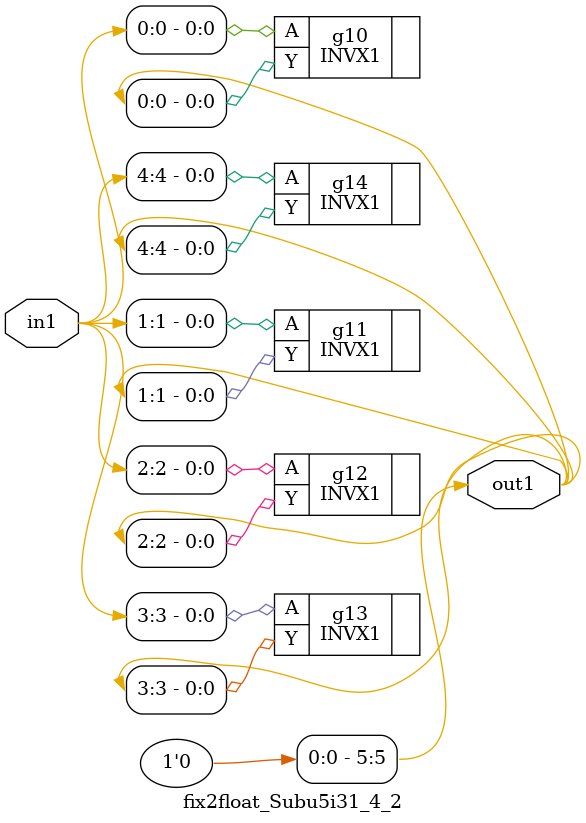
<source format=v>
`timescale 1ps / 1ps


module fix2float_Subu5i31_4_2(in1, out1);
  input [4:0] in1;
  output [5:0] out1;
  wire [4:0] in1;
  wire [5:0] out1;
  assign out1[5] = 1'b0;
  INVX1 g14(.A (in1[4]), .Y (out1[4]));
  INVX1 g13(.A (in1[3]), .Y (out1[3]));
  INVX1 g11(.A (in1[1]), .Y (out1[1]));
  INVX1 g10(.A (in1[0]), .Y (out1[0]));
  INVX1 g12(.A (in1[2]), .Y (out1[2]));
endmodule



</source>
